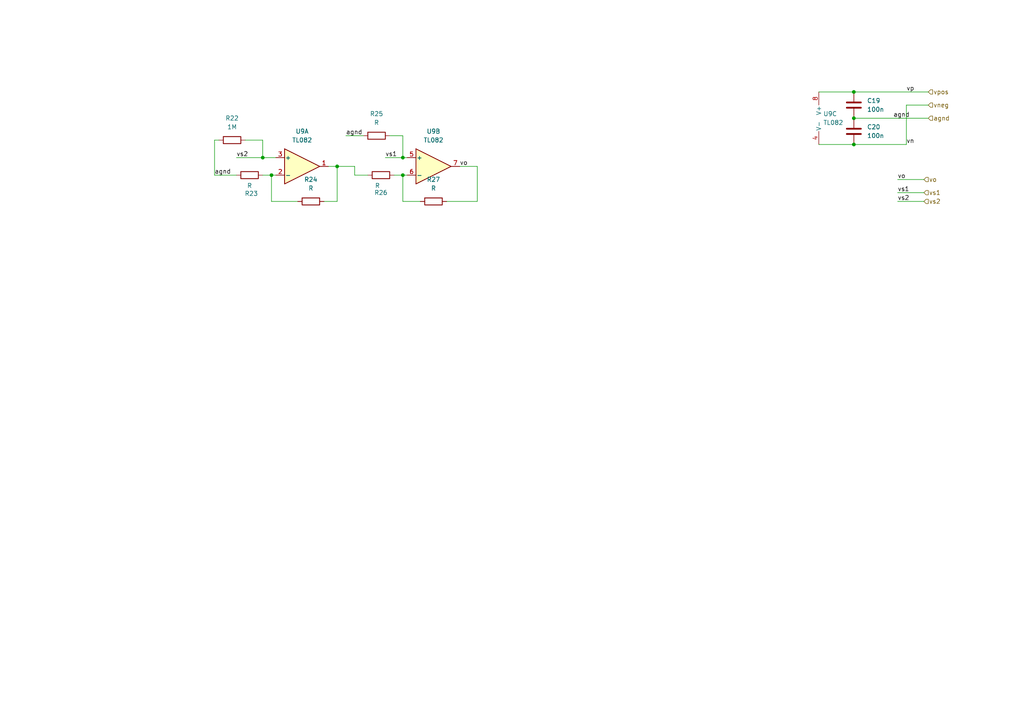
<source format=kicad_sch>
(kicad_sch (version 20231120) (generator "eeschema") (generator_version "8.0")
  (paper "A4")
  (lib_symbols
    (symbol "Amplifier_Operational:TL082" (pin_names (offset 0.127))
      (property "Reference" "U" (at 0 5.08 0))
      (property "Value" "TL082" (at 0 -5.08 0))
      (symbol "TL082_1_1"
        (polyline (pts (xy -5.08 5.08) (xy 5.08 0) (xy -5.08 -5.08) (xy -5.08 5.08)) (stroke (width 0.254)) (fill (type background)))
        (pin output line (at 7.62 0 180) (length 2.54) (name "~") (number "1"))
        (pin input line (at -7.62 -2.54 0) (length 2.54) (name "-") (number "2"))
        (pin input line (at -7.62 2.54 0) (length 2.54) (name "+") (number "3"))
      )
      (symbol "TL082_2_1"
        (polyline (pts (xy -5.08 5.08) (xy 5.08 0) (xy -5.08 -5.08) (xy -5.08 5.08)) (stroke (width 0.254)) (fill (type background)))
        (pin input line (at -7.62 2.54 0) (length 2.54) (name "+") (number "5"))
        (pin input line (at -7.62 -2.54 0) (length 2.54) (name "-") (number "6"))
        (pin output line (at 7.62 0 180) (length 2.54) (name "~") (number "7"))
      )
      (symbol "TL082_3_1"
        (pin power_in line (at -2.54 -7.62 90) (length 3.81) (name "V-") (number "4"))
        (pin power_in line (at -2.54 7.62 270) (length 3.81) (name "V+") (number "8"))
      )
    )
    (symbol "Device:C" (pin_numbers hide) (pin_names (offset 0.254))
      (property "Reference" "C" (at 0.635 2.54 0))
      (property "Value" "C" (at 0.635 -2.54 0))
      (symbol "C_0_1"
        (polyline (pts (xy -2.032 -0.762) (xy 2.032 -0.762)) (stroke (width 0.508)))
        (polyline (pts (xy -2.032 0.762) (xy 2.032 0.762)) (stroke (width 0.508)))
      )
      (symbol "C_1_1"
        (pin passive line (at 0 3.81 270) (length 2.794) (name "~") (number "1"))
        (pin passive line (at 0 -3.81 90) (length 2.794) (name "~") (number "2"))
      )
    )
    (symbol "Device:R" (pin_numbers hide) (pin_names (offset 0))
      (property "Reference" "R" (at 2.032 0 90))
      (property "Value" "R" (at 0 0 90))
      (symbol "R_0_1"
        (rectangle (start -1.016 -2.54) (end 1.016 2.54) (stroke (width 0.254)))
      )
      (symbol "R_1_1"
        (pin passive line (at 0 3.81 270) (length 1.27) (name "~") (number "1"))
        (pin passive line (at 0 -3.81 90) (length 1.27) (name "~") (number "2"))
      )
    )
  )
  (junction (at 247.65 41.91))
  (junction (at 78.74 50.8))
  (junction (at 247.65 26.67))
  (junction (at 76.2 45.72))
  (junction (at 116.84 45.72))
  (junction (at 97.79 48.26))
  (junction (at 247.65 34.29))
  (junction (at 116.84 50.8))
  (wire (pts (xy 116.84 50.8) (xy 118.11 50.8)))
  (wire (pts (xy 71.12 40.64) (xy 76.2 40.64)))
  (wire (pts (xy 237.49 41.91) (xy 247.65 41.91)))
  (wire (pts (xy 78.74 50.8) (xy 80.01 50.8)))
  (wire (pts (xy 97.79 58.42) (xy 97.79 48.26)))
  (wire (pts (xy 113.03 39.37) (xy 116.84 39.37)))
  (wire (pts (xy 129.54 58.42) (xy 138.43 58.42)))
  (wire (pts (xy 68.58 45.72) (xy 76.2 45.72)))
  (wire (pts (xy 78.74 58.42) (xy 78.74 50.8)))
  (wire (pts (xy 97.79 48.26) (xy 102.87 48.26)))
  (wire (pts (xy 116.84 39.37) (xy 116.84 45.72)))
  (wire (pts (xy 116.84 45.72) (xy 118.11 45.72)))
  (wire (pts (xy 262.89 30.48) (xy 262.89 41.91)))
  (wire (pts (xy 247.65 41.91) (xy 262.89 41.91)))
  (wire (pts (xy 100.33 39.37) (xy 105.41 39.37)))
  (wire (pts (xy 260.35 58.42) (xy 267.97 58.42)))
  (wire (pts (xy 260.35 55.88) (xy 267.97 55.88)))
  (wire (pts (xy 95.25 48.26) (xy 97.79 48.26)))
  (wire (pts (xy 62.23 40.64) (xy 62.23 50.8)))
  (wire (pts (xy 114.3 50.8) (xy 116.84 50.8)))
  (wire (pts (xy 247.65 34.29) (xy 269.24 34.29)))
  (wire (pts (xy 86.36 58.42) (xy 78.74 58.42)))
  (wire (pts (xy 102.87 50.8) (xy 102.87 48.26)))
  (wire (pts (xy 247.65 26.67) (xy 269.24 26.67)))
  (wire (pts (xy 106.68 50.8) (xy 102.87 50.8)))
  (wire (pts (xy 76.2 45.72) (xy 80.01 45.72)))
  (wire (pts (xy 260.35 52.07) (xy 267.97 52.07)))
  (wire (pts (xy 116.84 58.42) (xy 116.84 50.8)))
  (wire (pts (xy 237.49 26.67) (xy 247.65 26.67)))
  (wire (pts (xy 93.98 58.42) (xy 97.79 58.42)))
  (wire (pts (xy 269.24 30.48) (xy 262.89 30.48)))
  (wire (pts (xy 63.5 40.64) (xy 62.23 40.64)))
  (wire (pts (xy 111.76 45.72) (xy 116.84 45.72)))
  (wire (pts (xy 138.43 58.42) (xy 138.43 48.26)))
  (wire (pts (xy 62.23 50.8) (xy 68.58 50.8)))
  (wire (pts (xy 133.35 48.26) (xy 138.43 48.26)))
  (wire (pts (xy 76.2 50.8) (xy 78.74 50.8)))
  (wire (pts (xy 76.2 40.64) (xy 76.2 45.72)))
  (wire (pts (xy 121.92 58.42) (xy 116.84 58.42)))
  (label "vs1" (at 260.35 55.88 0))
  (label "vo" (at 260.35 52.07 0))
  (label "agnd" (at 100.33 39.37 0))
  (label "vs2" (at 68.58 45.72 0))
  (label "agnd" (at 259.08 34.29 0))
  (label "vp" (at 262.89 26.67 0))
  (label "vn" (at 262.89 41.91 0))
  (label "vs1" (at 111.76 45.72 0))
  (label "vo" (at 133.35 48.26 0))
  (label "agnd" (at 62.23 50.8 0))
  (label "vs2" (at 260.35 58.42 0))
  (hierarchical_label "agnd" (shape input) (at 269.24 34.29 0))
  (hierarchical_label "vs2" (shape input) (at 267.97 58.42 0))
  (hierarchical_label "vpos" (shape input) (at 269.24 26.67 0))
  (hierarchical_label "vneg" (shape input) (at 269.24 30.48 0))
  (hierarchical_label "vo" (shape input) (at 267.97 52.07 0))
  (hierarchical_label "vs1" (shape input) (at 267.97 55.88 0))
  (symbol (lib_id "Device:R") (at 109.22 39.37 90) (unit 1)
    (property "Reference" "R19" (at 109.22 33.02 90))
    (property "Value" "R" (at 109.22 35.56 90))
    (property "Footprint" "Resistor_SMD:R_0603_1608Metric_Pad0.98x0.95mm_HandSolder" (effects (hide yes)))
    (property "Description" "Resistor" (effects (hide yes)))
    (instances (project "esfgrid3_ckt2" (path "" (reference "R25") (unit 1)) (path "" (reference "R43") (unit 1)) (path "" (reference "R37") (unit 1)) (path "" (reference "R31") (unit 1)) (path "" (reference "R19") (unit 1))))
  )
  (symbol (lib_id "Device:R") (at 90.17 58.42 90) (unit 1)
    (property "Reference" "R18" (at 90.17 52.07 90))
    (property "Value" "R" (at 90.17 54.61 90))
    (property "Footprint" "Resistor_SMD:R_0603_1608Metric_Pad0.98x0.95mm_HandSolder" (effects (hide yes)))
    (property "Description" "Resistor" (effects (hide yes)))
    (instances (project "esfgrid3_ckt2" (path "" (reference "R24") (unit 1)) (path "" (reference "R42") (unit 1)) (path "" (reference "R36") (unit 1)) (path "" (reference "R30") (unit 1)) (path "" (reference "R18") (unit 1))))
  )
  (symbol (lib_id "Amplifier_Operational:TL082") (at 87.63 48.26 0) (unit 1)
    (property "Reference" "U9" (at 87.63 38.1 0))
    (property "Value" "TL082" (at 87.63 40.64 0))
    (property "Footprint" "Package_SO:SOIC-8_3.9x4.9mm_P1.27mm" (effects (hide yes)))
    (property "Datasheet" "http://www.ti.com/lit/ds/symlink/tl081.pdf" (effects (hide yes)))
    (property "Description" "Dual JFET-Input Operational Amplifiers, DIP-8/SOIC-8/SSOP-8" (effects (hide yes)))
    (instances (project "esfgrid3_ckt2" (path "" (reference "U9") (unit 1)) (path "" (reference "U12") (unit 1)) (path "" (reference "U11") (unit 1)) (path "" (reference "U10") (unit 1)) (path "" (reference "U8") (unit 1))))
  )
  (symbol (lib_id "Device:R") (at 110.49 50.8 90) (unit 1)
    (property "Reference" "R20" (at 110.49 55.88 90))
    (property "Value" "R" (at 109.474 53.848 90))
    (property "Footprint" "Resistor_SMD:R_0603_1608Metric_Pad0.98x0.95mm_HandSolder" (effects (hide yes)))
    (property "Description" "Resistor" (effects (hide yes)))
    (instances (project "esfgrid3_ckt2" (path "" (reference "R26") (unit 1)) (path "" (reference "R44") (unit 1)) (path "" (reference "R38") (unit 1)) (path "" (reference "R32") (unit 1)) (path "" (reference "R20") (unit 1))))
  )
  (symbol (lib_id "Device:C") (at 247.65 30.48 180) (unit 1)
    (property "Reference" "C17" (at 251.46 29.2099 0) (effects (justify right)))
    (property "Value" "100n" (at 251.46 31.7499 0) (effects (justify right)))
    (property "Footprint" "Capacitor_SMD:C_0805_2012Metric" (effects (hide yes)))
    (property "Description" "Unpolarized capacitor" (effects (hide yes)))
    (instances (project "esfgrid3_ckt2" (path "" (reference "C19") (unit 1)) (path "" (reference "C25") (unit 1)) (path "" (reference "C23") (unit 1)) (path "" (reference "C21") (unit 1)) (path "" (reference "C17") (unit 1))))
  )
  (symbol (lib_id "Device:R") (at 67.31 40.64 90) (unit 1)
    (property "Reference" "R16" (at 67.31 34.29 90))
    (property "Value" "1M" (at 67.31 36.83 90))
    (property "Footprint" "Resistor_SMD:R_0603_1608Metric_Pad0.98x0.95mm_HandSolder" (effects (hide yes)))
    (property "Description" "Resistor" (effects (hide yes)))
    (instances (project "esfgrid3_ckt2" (path "" (reference "R22") (unit 1)) (path "" (reference "R40") (unit 1)) (path "" (reference "R34") (unit 1)) (path "" (reference "R28") (unit 1)) (path "" (reference "R16") (unit 1))))
  )
  (symbol (lib_id "Amplifier_Operational:TL082") (at 125.73 48.26 0) (unit 2)
    (property "Reference" "U9" (at 125.73 38.1 0))
    (property "Value" "TL082" (at 125.73 40.64 0))
    (property "Footprint" "Package_SO:SOIC-8_3.9x4.9mm_P1.27mm" (effects (hide yes)))
    (property "Datasheet" "http://www.ti.com/lit/ds/symlink/tl081.pdf" (effects (hide yes)))
    (property "Description" "Dual JFET-Input Operational Amplifiers, DIP-8/SOIC-8/SSOP-8" (effects (hide yes)))
    (instances (project "esfgrid3_ckt2" (path "" (reference "U9") (unit 2)) (path "" (reference "U12") (unit 2)) (path "" (reference "U11") (unit 2)) (path "" (reference "U10") (unit 2)) (path "" (reference "U8") (unit 2))))
  )
  (symbol (lib_id "Device:R") (at 125.73 58.42 90) (unit 1)
    (property "Reference" "R21" (at 125.73 52.07 90))
    (property "Value" "R" (at 125.73 54.61 90))
    (property "Footprint" "Resistor_SMD:R_0603_1608Metric_Pad0.98x0.95mm_HandSolder" (effects (hide yes)))
    (property "Description" "Resistor" (effects (hide yes)))
    (instances (project "esfgrid3_ckt2" (path "" (reference "R27") (unit 1)) (path "" (reference "R45") (unit 1)) (path "" (reference "R39") (unit 1)) (path "" (reference "R33") (unit 1)) (path "" (reference "R21") (unit 1))))
  )
  (symbol (lib_id "Device:R") (at 72.39 50.8 90) (unit 1)
    (property "Reference" "R17" (at 72.898 56.134 90))
    (property "Value" "R" (at 72.39 53.848 90))
    (property "Footprint" "Resistor_SMD:R_0603_1608Metric_Pad0.98x0.95mm_HandSolder" (effects (hide yes)))
    (property "Description" "Resistor" (effects (hide yes)))
    (instances (project "esfgrid3_ckt2" (path "" (reference "R23") (unit 1)) (path "" (reference "R41") (unit 1)) (path "" (reference "R35") (unit 1)) (path "" (reference "R29") (unit 1)) (path "" (reference "R17") (unit 1))))
  )
  (symbol (lib_id "Amplifier_Operational:TL082") (at 240.03 34.29 0) (unit 3)
    (property "Reference" "U9" (at 238.76 33.0199 0) (effects (justify left)))
    (property "Value" "TL082" (at 238.76 35.5599 0) (effects (justify left)))
    (property "Footprint" "Package_SO:SOIC-8_3.9x4.9mm_P1.27mm" (effects (hide yes)))
    (property "Datasheet" "http://www.ti.com/lit/ds/symlink/tl081.pdf" (effects (hide yes)))
    (property "Description" "Dual JFET-Input Operational Amplifiers, DIP-8/SOIC-8/SSOP-8" (effects (hide yes)))
    (instances (project "esfgrid3_ckt2" (path "" (reference "U9") (unit 3)) (path "" (reference "U12") (unit 3)) (path "" (reference "U11") (unit 3)) (path "" (reference "U10") (unit 3)) (path "" (reference "U8") (unit 3))))
  )
  (symbol (lib_id "Device:C") (at 247.65 38.1 0) (unit 1)
    (property "Reference" "C18" (at 251.46 36.8299 0) (effects (justify left)))
    (property "Value" "100n" (at 251.46 39.3699 0) (effects (justify left)))
    (property "Footprint" "Capacitor_SMD:C_0805_2012Metric" (effects (hide yes)))
    (property "Description" "Unpolarized capacitor" (effects (hide yes)))
    (instances (project "esfgrid3_ckt2" (path "" (reference "C20") (unit 1)) (path "" (reference "C26") (unit 1)) (path "" (reference "C24") (unit 1)) (path "" (reference "C22") (unit 1)) (path "" (reference "C18") (unit 1))))
  )
)
</source>
